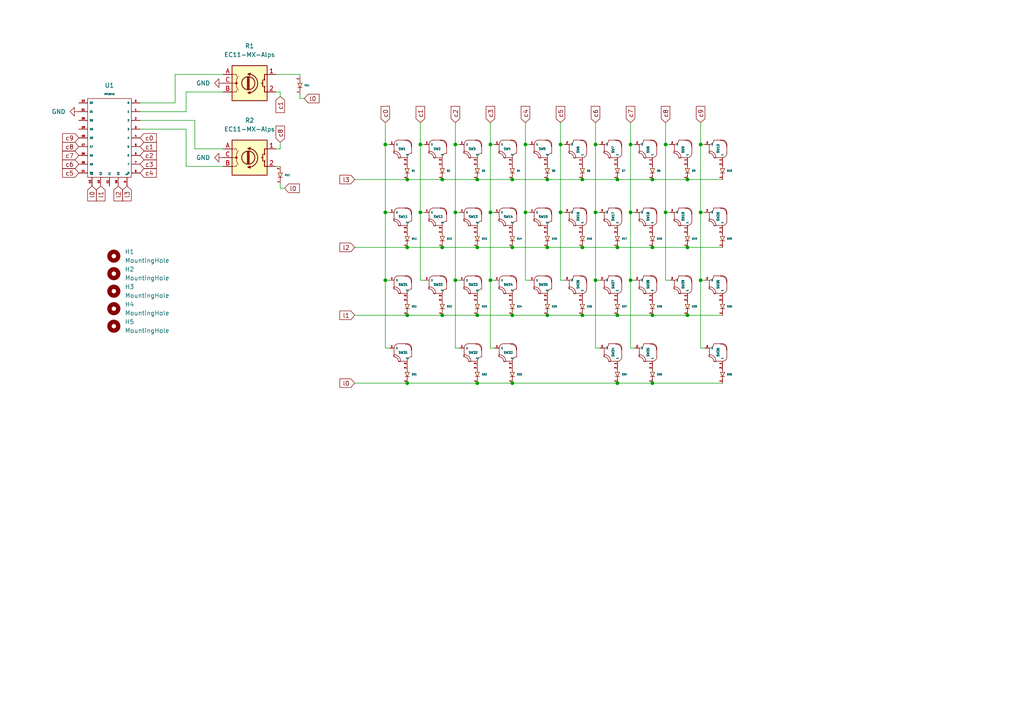
<source format=kicad_sch>
(kicad_sch (version 20211123) (generator eeschema)
  (paper "A4")
  (lib_symbols
    (symbol "Mechanical:MountingHole" (pin_names (offset 1.016))
      (property "Reference" "H" (at 0 5.08 0))
      (property "Value" "MountingHole" (at 0 3.175 0))
      (symbol "MountingHole_0_1"
        (circle (center 0 0) (radius 1.27) (stroke (width 1.27)))
      )
    )
    (symbol "keyb:Diode"
      (property "Reference" "D" (at -0.635 -1.27 0))
      (symbol "Diode_0_1"
        (polyline (pts (xy -1.27 0) (xy -0.635 0)))
        (polyline (pts (xy 0.635 0) (xy 1.27 0)))
        (polyline (pts (xy -0.635 0.635) (xy -0.635 -0.635) (xy -0.635 0)))
        (polyline (pts (xy -0.635 0) (xy 0.635 0.635) (xy 0.635 -0.635) (xy -0.635 0)) (fill (type background)))
      )
      (symbol "Diode_1_1"
        (pin bidirectional line (at -2.54 0 0) (length 1.27) (name "") (number "1"))
        (pin bidirectional line (at 2.54 0 180) (length 1.27) (name "") (number "2"))
      )
    )
    (symbol "keyb:EC11-MX-Alps" (pin_names (offset 0.254) hide)
      (property "Reference" "SW" (at 0 6.604 0))
      (property "Value" "EC11-MX-Alps" (at 0 -6.604 0))
      (symbol "EC11-MX-Alps_0_1"
        (rectangle (start -5.08 5.08) (end 5.08 -5.08) (stroke (width 0.254)) (fill (type background)))
        (circle (center -3.81 0) (radius 0.254) (fill (type outline)))
        (arc (start -0.381 -2.794) (mid 2.3622 -0.0508) (end -0.381 2.667) (stroke (width 0.254)))
        (circle (center -0.381 0) (radius 1.905) (stroke (width 0.254)))
        (polyline (pts (xy -0.635 -1.778) (xy -0.635 1.778)) (stroke (width 0.254)))
        (polyline (pts (xy -0.381 -1.778) (xy -0.381 1.778)) (stroke (width 0.254)))
        (polyline (pts (xy -0.127 1.778) (xy -0.127 -1.778)) (stroke (width 0.254)))
        (polyline (pts (xy 3.81 0) (xy 3.429 0)) (stroke (width 0.254)))
        (polyline (pts (xy 3.81 1.016) (xy 3.81 -1.016)) (stroke (width 0.254)))
        (polyline (pts (xy -5.08 -2.54) (xy -3.81 -2.54) (xy -3.81 -2.032)))
        (polyline (pts (xy -5.08 2.54) (xy -3.81 2.54) (xy -3.81 2.032)))
        (polyline (pts (xy 0.254 -3.048) (xy -0.508 -2.794) (xy 0.127 -2.413)) (stroke (width 0.254)))
        (polyline (pts (xy 0.254 2.921) (xy -0.508 2.667) (xy 0.127 2.286)) (stroke (width 0.254)))
        (polyline (pts (xy 5.08 -2.54) (xy 4.318 -2.54) (xy 4.318 -1.016)) (stroke (width 0.254)))
        (polyline (pts (xy 5.08 2.54) (xy 4.318 2.54) (xy 4.318 1.016)) (stroke (width 0.254)))
        (polyline (pts (xy -5.08 0) (xy -3.81 0) (xy -3.81 -1.016) (xy -3.302 -2.032)))
        (polyline (pts (xy -4.318 0) (xy -3.81 0) (xy -3.81 1.016) (xy -3.302 2.032)))
        (circle (center 4.318 -1.016) (radius 0.127) (stroke (width 0.254)))
        (circle (center 4.318 1.016) (radius 0.127) (stroke (width 0.254)))
      )
      (symbol "EC11-MX-Alps_1_1"
        (pin passive line (at 7.62 2.54 180) (length 2.54) (name "1") (number "1"))
        (pin passive line (at 7.62 -2.54 180) (length 2.54) (name "2") (number "2"))
        (pin passive line (at -7.62 2.54 0) (length 2.54) (name "A") (number "A"))
        (pin passive line (at -7.62 -2.54 0) (length 2.54) (name "B") (number "B"))
        (pin passive line (at -7.62 0 0) (length 2.54) (name "C") (number "C"))
      )
    )
    (symbol "keyb:RP2040"
      (property "Reference" "U" (at 0 1.27 0))
      (property "Value" "RP2040" (at 0 -2.54 0))
      (symbol "RP2040_0_1"
        (rectangle (start -6.35 11.43) (end 6.35 -11.43))
      )
      (symbol "RP2040_1_1"
        (pin bidirectional line (at 8.89 10.16 180) (length 2.54) (name "0") (number "0"))
        (pin bidirectional line (at 8.89 7.62 180) (length 2.54) (name "1") (number "1"))
        (pin bidirectional line (at 2.54 -13.97 90) (length 2.54) (name "10") (number "10"))
        (pin bidirectional line (at 0 -13.97 90) (length 2.54) (name "11") (number "11"))
        (pin bidirectional line (at -2.54 -13.97 90) (length 2.54) (name "12") (number "12"))
        (pin bidirectional line (at -5.08 -13.97 90) (length 2.54) (name "13") (number "13"))
        (pin bidirectional line (at -8.89 -10.16 0) (length 2.54) (name "14") (number "14"))
        (pin bidirectional line (at -8.89 -7.62 0) (length 2.54) (name "15") (number "15"))
        (pin bidirectional line (at -8.89 -5.08 0) (length 2.54) (name "16") (number "16"))
        (pin bidirectional line (at -8.89 -2.54 0) (length 2.54) (name "17") (number "17"))
        (pin bidirectional line (at -8.89 0 0) (length 2.54) (name "18") (number "18"))
        (pin bidirectional line (at -8.89 2.54 0) (length 2.54) (name "19") (number "19"))
        (pin bidirectional line (at 8.89 5.08 180) (length 2.54) (name "2") (number "2"))
        (pin bidirectional line (at -8.89 5.08 0) (length 2.54) (name "20") (number "20"))
        (pin bidirectional line (at -8.89 7.62 0) (length 2.54) (name "21") (number "21"))
        (pin bidirectional line (at -8.89 10.16 0) (length 2.54) (name "22") (number "22"))
        (pin bidirectional line (at 8.89 2.54 180) (length 2.54) (name "3") (number "3"))
        (pin bidirectional line (at 8.89 0 180) (length 2.54) (name "4") (number "4"))
        (pin bidirectional line (at 8.89 -2.54 180) (length 2.54) (name "5") (number "5"))
        (pin bidirectional line (at 8.89 -5.08 180) (length 2.54) (name "6") (number "6"))
        (pin bidirectional line (at 8.89 -7.62 180) (length 2.54) (name "7") (number "7"))
        (pin bidirectional line (at 8.89 -10.16 180) (length 2.54) (name "8") (number "8"))
        (pin bidirectional line (at 5.08 -13.97 90) (length 2.54) (name "9") (number "9"))
      )
    )
    (symbol "keyb:key"
      (property "Reference" "SW" (at 0 0 0))
      (symbol "key_0_1"
        (arc (start -2.54 -0.635) (mid -2.6715 -0.9525) (end -2.54 -1.27))
        (arc (start -1.27 -2.54) (mid -1.642 -1.642) (end -2.54 -1.27))
        (arc (start -1.27 -2.54) (mid -0.9525 -2.6715) (end -0.635 -2.54))
        (arc (start -1.27 2.54) (mid -2.168 2.168) (end -2.54 1.27))
        (arc (start -0.635 -2.54) (mid -1.1935 -1.1935) (end -2.54 -0.635))
        (polyline (pts (xy -2.54 -1.27) (xy -2.54 1.27)))
        (polyline (pts (xy -1.27 -2.54) (xy 1.27 -2.54)))
        (polyline (pts (xy 1.27 2.54) (xy -1.27 2.54)))
        (polyline (pts (xy 2.54 -1.27) (xy 2.54 1.27)))
        (arc (start 0.635 2.54) (mid 0.9525 1.7735) (end 1.27 2.54))
        (arc (start 2.54 -1.27) (mid 0.372 -0.372) (end 1.27 -2.54))
        (arc (start 2.54 0.635) (mid 3.887 3.887) (end 0.635 2.54))
        (arc (start 2.54 1.27) (mid 3.438 3.438) (end 1.27 2.54))
        (arc (start 2.54 1.27) (mid 1.7735 0.9525) (end 2.54 0.635))
      )
      (symbol "key_1_1"
        (pin bidirectional line (at -3.81 1.27 0) (length 1.27) (name "1") (number "1"))
        (pin bidirectional line (at 1.27 -3.81 90) (length 1.27) (name "2") (number "2"))
      )
    )
    (symbol "power:GND" (power) (pin_names (offset 0))
      (property "Value" "GND" (at 0 -3.81 0))
      (symbol "GND_0_1"
        (polyline (pts (xy 0 0) (xy 0 -1.27) (xy 1.27 -1.27) (xy 0 -2.54) (xy -1.27 -1.27) (xy 0 -1.27)))
      )
      (symbol "GND_1_1"
        (pin power_in line (at 0 0 270) (length 0) hide (name "GND") (number "1"))
      )
    )
  )
  (junction (at 128.27 71.755))
  (junction (at 111.76 81.28))
  (junction (at 162.56 61.595))
  (junction (at 203.2 61.595))
  (junction (at 193.04 61.595))
  (junction (at 138.43 111.125))
  (junction (at 111.76 61.595))
  (junction (at 182.88 41.91))
  (junction (at 168.91 52.07))
  (junction (at 121.92 61.595))
  (junction (at 179.07 52.07))
  (junction (at 168.91 71.755))
  (junction (at 148.59 52.07))
  (junction (at 199.39 71.755))
  (junction (at 179.07 111.125))
  (junction (at 148.59 71.755))
  (junction (at 132.08 81.28))
  (junction (at 158.75 71.755))
  (junction (at 162.56 41.91))
  (junction (at 142.24 61.595))
  (junction (at 168.91 91.44))
  (junction (at 132.08 61.595))
  (junction (at 189.23 52.07))
  (junction (at 152.4 61.595))
  (junction (at 203.2 81.28))
  (junction (at 118.11 91.44))
  (junction (at 118.11 52.07))
  (junction (at 121.92 41.91))
  (junction (at 142.24 41.91))
  (junction (at 138.43 71.755))
  (junction (at 138.43 91.44))
  (junction (at 132.08 41.91))
  (junction (at 148.59 111.125))
  (junction (at 172.72 81.28))
  (junction (at 189.23 91.44))
  (junction (at 182.88 61.595))
  (junction (at 111.76 41.91))
  (junction (at 158.75 52.07))
  (junction (at 128.27 52.07))
  (junction (at 118.11 71.755))
  (junction (at 142.24 81.28))
  (junction (at 172.72 41.91))
  (junction (at 182.88 81.28))
  (junction (at 189.23 71.755))
  (junction (at 203.2 41.91))
  (junction (at 179.07 71.755))
  (junction (at 189.23 111.125))
  (junction (at 118.11 111.125))
  (junction (at 152.4 41.91))
  (junction (at 128.27 91.44))
  (junction (at 148.59 91.44))
  (junction (at 179.07 91.44))
  (junction (at 138.43 52.07))
  (junction (at 158.75 91.44))
  (junction (at 172.72 61.595))
  (junction (at 199.39 91.44))
  (junction (at 199.39 52.07))
  (junction (at 193.04 41.91))
  (wire (pts (xy 81.28 26.67) (xy 80.01 26.67)))
  (wire (pts (xy 121.92 41.91) (xy 121.92 61.595)))
  (wire (pts (xy 121.92 61.595) (xy 121.92 81.28)))
  (wire (pts (xy 118.11 111.125) (xy 138.43 111.125)))
  (wire (pts (xy 56.515 43.18) (xy 64.77 43.18)))
  (wire (pts (xy 53.975 48.26) (xy 53.975 37.465)))
  (wire (pts (xy 209.55 71.755) (xy 199.39 71.755)))
  (wire (pts (xy 193.04 61.595) (xy 194.31 61.595)))
  (wire (pts (xy 162.56 35.56) (xy 162.56 41.91)))
  (wire (pts (xy 142.24 61.595) (xy 143.51 61.595)))
  (wire (pts (xy 182.88 61.595) (xy 184.15 61.595)))
  (wire (pts (xy 179.07 91.44) (xy 189.23 91.44)))
  (wire (pts (xy 81.28 54.61) (xy 82.55 54.61)))
  (wire (pts (xy 121.92 35.56) (xy 121.92 41.91)))
  (wire (pts (xy 121.92 41.91) (xy 123.19 41.91)))
  (wire (pts (xy 193.04 81.28) (xy 194.31 81.28)))
  (wire (pts (xy 168.91 71.755) (xy 158.75 71.755)))
  (wire (pts (xy 182.88 81.28) (xy 184.15 81.28)))
  (wire (pts (xy 193.04 61.595) (xy 193.04 81.28)))
  (wire (pts (xy 142.24 100.965) (xy 143.51 100.965)))
  (wire (pts (xy 189.23 52.07) (xy 199.39 52.07)))
  (wire (pts (xy 50.8 21.59) (xy 50.8 29.845)))
  (wire (pts (xy 172.72 35.56) (xy 172.72 41.91)))
  (wire (pts (xy 162.56 81.28) (xy 163.83 81.28)))
  (wire (pts (xy 121.92 81.28) (xy 123.19 81.28)))
  (wire (pts (xy 182.88 41.91) (xy 184.15 41.91)))
  (wire (pts (xy 138.43 52.07) (xy 148.59 52.07)))
  (wire (pts (xy 172.72 61.595) (xy 172.72 81.28)))
  (wire (pts (xy 138.43 71.755) (xy 128.27 71.755)))
  (wire (pts (xy 199.39 71.755) (xy 189.23 71.755)))
  (wire (pts (xy 203.2 61.595) (xy 204.47 61.595)))
  (wire (pts (xy 118.11 91.44) (xy 102.87 91.44)))
  (wire (pts (xy 142.24 35.56) (xy 142.24 41.91)))
  (wire (pts (xy 158.75 52.07) (xy 168.91 52.07)))
  (wire (pts (xy 168.91 52.07) (xy 179.07 52.07)))
  (wire (pts (xy 182.88 41.91) (xy 182.88 61.595)))
  (wire (pts (xy 64.77 48.26) (xy 53.975 48.26)))
  (wire (pts (xy 118.11 52.07) (xy 128.27 52.07)))
  (wire (pts (xy 148.59 91.44) (xy 158.75 91.44)))
  (wire (pts (xy 152.4 35.56) (xy 152.4 41.91)))
  (wire (pts (xy 40.64 34.925) (xy 56.515 34.925)))
  (wire (pts (xy 199.39 91.44) (xy 209.55 91.44)))
  (wire (pts (xy 189.23 71.755) (xy 179.07 71.755)))
  (wire (pts (xy 53.975 26.67) (xy 53.975 32.385)))
  (wire (pts (xy 203.2 81.28) (xy 203.2 100.965)))
  (wire (pts (xy 86.995 28.575) (xy 88.265 28.575)))
  (wire (pts (xy 193.04 41.91) (xy 193.04 61.595)))
  (wire (pts (xy 138.43 91.44) (xy 148.59 91.44)))
  (wire (pts (xy 189.23 111.125) (xy 209.55 111.125)))
  (wire (pts (xy 182.88 35.56) (xy 182.88 41.91)))
  (wire (pts (xy 172.72 61.595) (xy 173.99 61.595)))
  (wire (pts (xy 162.56 41.91) (xy 162.56 61.595)))
  (wire (pts (xy 111.76 41.91) (xy 113.03 41.91)))
  (wire (pts (xy 168.91 91.44) (xy 179.07 91.44)))
  (wire (pts (xy 50.8 21.59) (xy 64.77 21.59)))
  (wire (pts (xy 86.995 21.59) (xy 86.995 22.225)))
  (wire (pts (xy 128.27 52.07) (xy 138.43 52.07)))
  (wire (pts (xy 142.24 81.28) (xy 142.24 100.965)))
  (wire (pts (xy 172.72 100.965) (xy 173.99 100.965)))
  (wire (pts (xy 81.28 41.275) (xy 81.28 43.18)))
  (wire (pts (xy 102.87 52.07) (xy 118.11 52.07)))
  (wire (pts (xy 172.72 81.28) (xy 172.72 100.965)))
  (wire (pts (xy 203.2 100.965) (xy 204.47 100.965)))
  (wire (pts (xy 148.59 111.125) (xy 179.07 111.125)))
  (wire (pts (xy 148.59 71.755) (xy 138.43 71.755)))
  (wire (pts (xy 111.76 81.28) (xy 111.76 100.965)))
  (wire (pts (xy 193.04 41.91) (xy 194.31 41.91)))
  (wire (pts (xy 132.08 81.28) (xy 132.08 100.965)))
  (wire (pts (xy 142.24 41.91) (xy 142.24 61.595)))
  (wire (pts (xy 132.08 61.595) (xy 132.08 81.28)))
  (wire (pts (xy 132.08 100.965) (xy 133.35 100.965)))
  (wire (pts (xy 86.995 27.305) (xy 86.995 28.575)))
  (wire (pts (xy 128.27 71.755) (xy 118.11 71.755)))
  (wire (pts (xy 152.4 61.595) (xy 153.67 61.595)))
  (wire (pts (xy 111.76 61.595) (xy 113.03 61.595)))
  (wire (pts (xy 132.08 81.28) (xy 133.35 81.28)))
  (wire (pts (xy 111.76 35.56) (xy 111.76 41.91)))
  (wire (pts (xy 40.64 37.465) (xy 53.975 37.465)))
  (wire (pts (xy 182.88 81.28) (xy 182.88 100.965)))
  (wire (pts (xy 179.07 52.07) (xy 189.23 52.07)))
  (wire (pts (xy 132.08 35.56) (xy 132.08 41.91)))
  (wire (pts (xy 132.08 61.595) (xy 133.35 61.595)))
  (wire (pts (xy 203.2 41.91) (xy 203.2 61.595)))
  (wire (pts (xy 80.01 48.26) (xy 81.28 48.26)))
  (wire (pts (xy 102.87 111.125) (xy 118.11 111.125)))
  (wire (pts (xy 40.64 32.385) (xy 53.975 32.385)))
  (wire (pts (xy 111.76 100.965) (xy 113.03 100.965)))
  (wire (pts (xy 172.72 41.91) (xy 172.72 61.595)))
  (wire (pts (xy 152.4 81.28) (xy 153.67 81.28)))
  (wire (pts (xy 152.4 41.91) (xy 153.67 41.91)))
  (wire (pts (xy 203.2 81.28) (xy 204.47 81.28)))
  (wire (pts (xy 138.43 111.125) (xy 148.59 111.125)))
  (wire (pts (xy 199.39 52.07) (xy 209.55 52.07)))
  (wire (pts (xy 179.07 111.125) (xy 189.23 111.125)))
  (wire (pts (xy 81.28 27.94) (xy 81.28 26.67)))
  (wire (pts (xy 118.11 71.755) (xy 102.87 71.755)))
  (wire (pts (xy 172.72 81.28) (xy 173.99 81.28)))
  (wire (pts (xy 172.72 41.91) (xy 173.99 41.91)))
  (wire (pts (xy 111.76 41.91) (xy 111.76 61.595)))
  (wire (pts (xy 152.4 41.91) (xy 152.4 61.595)))
  (wire (pts (xy 111.76 81.28) (xy 113.03 81.28)))
  (wire (pts (xy 64.77 26.67) (xy 53.975 26.67)))
  (wire (pts (xy 193.04 35.56) (xy 193.04 41.91)))
  (wire (pts (xy 56.515 43.18) (xy 56.515 34.925)))
  (wire (pts (xy 142.24 81.28) (xy 143.51 81.28)))
  (wire (pts (xy 162.56 41.91) (xy 163.83 41.91)))
  (wire (pts (xy 132.08 41.91) (xy 132.08 61.595)))
  (wire (pts (xy 142.24 61.595) (xy 142.24 81.28)))
  (wire (pts (xy 182.88 61.595) (xy 182.88 81.28)))
  (wire (pts (xy 203.2 41.91) (xy 204.47 41.91)))
  (wire (pts (xy 142.24 41.91) (xy 143.51 41.91)))
  (wire (pts (xy 128.27 91.44) (xy 138.43 91.44)))
  (wire (pts (xy 189.23 91.44) (xy 199.39 91.44)))
  (wire (pts (xy 40.64 29.845) (xy 50.8 29.845)))
  (wire (pts (xy 128.27 91.44) (xy 118.11 91.44)))
  (wire (pts (xy 80.01 21.59) (xy 86.995 21.59)))
  (wire (pts (xy 203.2 35.56) (xy 203.2 41.91)))
  (wire (pts (xy 158.75 71.755) (xy 148.59 71.755)))
  (wire (pts (xy 111.76 61.595) (xy 111.76 81.28)))
  (wire (pts (xy 152.4 61.595) (xy 152.4 81.28)))
  (wire (pts (xy 162.56 61.595) (xy 162.56 81.28)))
  (wire (pts (xy 179.07 71.755) (xy 168.91 71.755)))
  (wire (pts (xy 182.88 100.965) (xy 184.15 100.965)))
  (wire (pts (xy 158.75 91.44) (xy 168.91 91.44)))
  (wire (pts (xy 80.01 43.18) (xy 81.28 43.18)))
  (wire (pts (xy 132.08 41.91) (xy 133.35 41.91)))
  (wire (pts (xy 162.56 61.595) (xy 163.83 61.595)))
  (wire (pts (xy 148.59 52.07) (xy 158.75 52.07)))
  (wire (pts (xy 81.28 53.34) (xy 81.28 54.61)))
  (wire (pts (xy 203.2 61.595) (xy 203.2 81.28)))
  (wire (pts (xy 121.92 61.595) (xy 123.19 61.595)))
  (global_label "c3" (shape input) (at 40.64 47.625 0) (property "Références Inter-Feuilles" "${INTERSHEET_REFS}" (effects hide)))
  (global_label "l0" (shape input) (at 88.265 28.575 0) (property "Références Inter-Feuilles" "${INTERSHEET_REFS}" (effects hide)))
  (global_label "c9" (shape input) (at 22.86 40.005 180) (property "Références Inter-Feuilles" "${INTERSHEET_REFS}" (effects hide)))
  (global_label "c3" (shape input) (at 142.24 35.56 90) (property "Références Inter-Feuilles" "${INTERSHEET_REFS}" (effects hide)))
  (global_label "c1" (shape input) (at 121.92 35.56 90) (property "Références Inter-Feuilles" "${INTERSHEET_REFS}" (effects hide)))
  (global_label "c2" (shape input) (at 132.08 35.56 90) (property "Références Inter-Feuilles" "${INTERSHEET_REFS}" (effects hide)))
  (global_label "c8" (shape input) (at 22.86 42.545 180) (property "Références Inter-Feuilles" "${INTERSHEET_REFS}" (effects hide)))
  (global_label "c4" (shape input) (at 40.64 50.165 0) (property "Références Inter-Feuilles" "${INTERSHEET_REFS}" (effects hide)))
  (global_label "c7" (shape input) (at 22.86 45.085 180) (property "Références Inter-Feuilles" "${INTERSHEET_REFS}" (effects hide)))
  (global_label "l2" (shape input) (at 102.87 71.755 180) (property "Références Inter-Feuilles" "${INTERSHEET_REFS}" (effects hide)))
  (global_label "c6" (shape input) (at 22.86 47.625 180) (property "Références Inter-Feuilles" "${INTERSHEET_REFS}" (effects hide)))
  (global_label "l0" (shape input) (at 26.67 53.975 270) (property "Références Inter-Feuilles" "${INTERSHEET_REFS}" (effects hide)))
  (global_label "c0" (shape input) (at 111.76 35.56 90) (property "Références Inter-Feuilles" "${INTERSHEET_REFS}" (effects hide)))
  (global_label "c8" (shape input) (at 81.28 41.275 90) (property "Références Inter-Feuilles" "${INTERSHEET_REFS}" (effects hide)))
  (global_label "l1" (shape input) (at 29.21 53.975 270) (property "Références Inter-Feuilles" "${INTERSHEET_REFS}" (effects hide)))
  (global_label "c2" (shape input) (at 40.64 45.085 0) (property "Références Inter-Feuilles" "${INTERSHEET_REFS}" (effects hide)))
  (global_label "l1" (shape input) (at 102.87 91.44 180) (property "Références Inter-Feuilles" "${INTERSHEET_REFS}" (effects hide)))
  (global_label "l3" (shape input) (at 36.83 53.975 270) (property "Références Inter-Feuilles" "${INTERSHEET_REFS}" (effects hide)))
  (global_label "l0" (shape input) (at 102.87 111.125 180) (property "Références Inter-Feuilles" "${INTERSHEET_REFS}" (effects hide)))
  (global_label "c0" (shape input) (at 40.64 40.005 0) (property "Références Inter-Feuilles" "${INTERSHEET_REFS}" (effects hide)))
  (global_label "c8" (shape input) (at 193.04 35.56 90) (property "Références Inter-Feuilles" "${INTERSHEET_REFS}" (effects hide)))
  (global_label "c6" (shape input) (at 172.72 35.56 90) (property "Références Inter-Feuilles" "${INTERSHEET_REFS}" (effects hide)))
  (global_label "l3" (shape input) (at 102.87 52.07 180) (property "Références Inter-Feuilles" "${INTERSHEET_REFS}" (effects hide)))
  (global_label "l2" (shape input) (at 34.29 53.975 270) (property "Références Inter-Feuilles" "${INTERSHEET_REFS}" (effects hide)))
  (global_label "c1" (shape input) (at 81.28 27.94 270) (property "Références Inter-Feuilles" "${INTERSHEET_REFS}" (effects hide)))
  (global_label "c5" (shape input) (at 162.56 35.56 90) (property "Références Inter-Feuilles" "${INTERSHEET_REFS}" (effects hide)))
  (global_label "c1" (shape input) (at 40.64 42.545 0) (property "Références Inter-Feuilles" "${INTERSHEET_REFS}" (effects hide)))
  (global_label "c4" (shape input) (at 152.4 35.56 90) (property "Références Inter-Feuilles" "${INTERSHEET_REFS}" (effects hide)))
  (global_label "c5" (shape input) (at 22.86 50.165 180) (property "Références Inter-Feuilles" "${INTERSHEET_REFS}" (effects hide)))
  (global_label "c7" (shape input) (at 182.88 35.56 90) (property "Références Inter-Feuilles" "${INTERSHEET_REFS}" (effects hide)))
  (global_label "l0" (shape input) (at 82.55 54.61 0) (property "Références Inter-Feuilles" "${INTERSHEET_REFS}" (effects hide)))
  (global_label "c9" (shape input) (at 203.2 35.56 90) (property "Références Inter-Feuilles" "${INTERSHEET_REFS}" (effects hide)))
  (symbol (lib_id "Mechanical:MountingHole") (at 33.02 84.455 0) (unit 1)
    (property "Reference" "H3" (at 36.195 83.1849 0) (effects (justify left)))
    (property "Value" "MountingHole" (at 36.195 85.7249 0) (effects (justify left)))
    (property "Footprint" "MountingHole:MountingHole_2.2mm_M2" (effects hide))
  )
  (symbol (lib_id "keyb:Diode") (at 118.11 88.9 90) (unit 1)
    (property "Reference" "D21" (at 119.38 88.9 90) (effects (font (size 0.5 0.5)) (justify right)))
    (property "Value" "Diode" (effects hide))
    (property "Footprint" "keyb-footprints:Diode" (effects hide))
  )
  (symbol (lib_id "keyb:key") (at 147.32 43.18 0) (unit 1)
    (property "Reference" "SW4" (at 146.05 43.18 0) (effects (font (size 0.65 0.65)) (justify left)))
    (property "Value" "key" (effects hide))
    (property "Footprint" "keyb-footprints:MX-5pin" (effects hide))
  )
  (symbol (lib_id "keyb:key") (at 147.32 62.865 0) (unit 1)
    (property "Reference" "SW14" (at 146.05 62.865 0) (effects (font (size 0.65 0.65)) (justify left)))
    (property "Value" "key" (effects hide))
    (property "Footprint" "keyb-footprints:MX-5pin" (effects hide))
  )
  (symbol (lib_id "keyb:key") (at 198.12 62.865 270) (mirror x) (unit 1)
    (property "Reference" "SW19" (at 198.12 64.135 0) (effects (font (size 0.65 0.65)) (justify left)))
    (property "Value" "key" (effects hide))
    (property "Footprint" "keyb-footprints:MX-5pin" (effects hide))
  )
  (symbol (lib_id "keyb:key") (at 147.32 82.55 0) (unit 1)
    (property "Reference" "SW24" (at 146.05 82.55 0) (effects (font (size 0.65 0.65)) (justify left)))
    (property "Value" "key" (effects hide))
    (property "Footprint" "keyb-footprints:MX-5pin" (effects hide))
  )
  (symbol (lib_id "keyb:key") (at 137.16 43.18 0) (unit 1)
    (property "Reference" "SW3" (at 135.89 43.18 0) (effects (font (size 0.65 0.65)) (justify left)))
    (property "Value" "key" (effects hide))
    (property "Footprint" "keyb-footprints:MX-5pin" (effects hide))
  )
  (symbol (lib_id "keyb:Diode") (at 148.59 108.585 90) (unit 1)
    (property "Reference" "D33" (at 149.86 108.585 90) (effects (font (size 0.5 0.5)) (justify right)))
    (property "Value" "Diode" (effects hide))
    (property "Footprint" "keyb-footprints:Diode" (effects hide))
  )
  (symbol (lib_id "keyb:key") (at 157.48 43.18 0) (unit 1)
    (property "Reference" "SW5" (at 156.21 43.18 0) (effects (font (size 0.65 0.65)) (justify left)))
    (property "Value" "key" (effects hide))
    (property "Footprint" "keyb-footprints:MX-5pin" (effects hide))
  )
  (symbol (lib_id "Mechanical:MountingHole") (at 33.02 74.295 0) (unit 1)
    (property "Reference" "H1" (at 36.195 73.0249 0) (effects (justify left)))
    (property "Value" "MountingHole" (at 36.195 75.5649 0) (effects (justify left)))
    (property "Footprint" "MountingHole:MountingHole_2.2mm_M2" (effects hide))
  )
  (symbol (lib_id "keyb:key") (at 187.96 62.865 270) (mirror x) (unit 1)
    (property "Reference" "SW18" (at 187.96 64.135 0) (effects (font (size 0.65 0.65)) (justify left)))
    (property "Value" "key" (effects hide))
    (property "Footprint" "keyb-footprints:MX-5pin" (effects hide))
  )
  (symbol (lib_id "keyb:Diode") (at 158.75 69.215 90) (unit 1)
    (property "Reference" "D15" (at 160.02 69.215 90) (effects (font (size 0.5 0.5)) (justify right)))
    (property "Value" "Diode" (effects hide))
    (property "Footprint" "keyb-footprints:Diode" (effects hide))
  )
  (symbol (lib_id "keyb:RP2040") (at 31.75 40.005 0) (unit 1)
    (property "Reference" "U1" (at 31.75 24.765 0))
    (property "Value" "RP2040" (at 31.75 27.305 0) (effects (font (size 0.5 0.5))))
    (property "Footprint" "keyb-footprints:RP2040" (effects hide))
  )
  (symbol (lib_id "Mechanical:MountingHole") (at 33.02 89.535 0) (unit 1)
    (property "Reference" "H4" (at 36.195 88.2649 0) (effects (justify left)))
    (property "Value" "MountingHole" (at 36.195 90.8049 0) (effects (justify left)))
    (property "Footprint" "MountingHole:MountingHole_2.2mm_M2" (effects hide))
  )
  (symbol (lib_id "keyb:key") (at 187.96 43.18 270) (mirror x) (unit 1)
    (property "Reference" "SW8" (at 187.96 44.45 0) (effects (font (size 0.65 0.65)) (justify left)))
    (property "Value" "key" (effects hide))
    (property "Footprint" "keyb-footprints:MX-5pin" (effects hide))
  )
  (symbol (lib_id "keyb:Diode") (at 168.91 69.215 90) (unit 1)
    (property "Reference" "D16" (at 170.18 69.215 90) (effects (font (size 0.5 0.5)) (justify right)))
    (property "Value" "Diode" (effects hide))
    (property "Footprint" "keyb-footprints:Diode" (effects hide))
  )
  (symbol (lib_id "keyb:Diode") (at 86.995 24.765 90) (unit 1)
    (property "Reference" "RD1" (at 88.265 24.765 90) (effects (font (size 0.5 0.5)) (justify right)))
    (property "Value" "Diode" (effects hide))
    (property "Footprint" "keyb-footprints:Diode" (effects hide))
  )
  (symbol (lib_id "keyb:Diode") (at 179.07 49.53 90) (unit 1)
    (property "Reference" "D7" (at 180.34 49.53 90) (effects (font (size 0.5 0.5)) (justify right)))
    (property "Value" "Diode" (effects hide))
    (property "Footprint" "keyb-footprints:Diode" (effects hide))
  )
  (symbol (lib_id "keyb:Diode") (at 199.39 49.53 90) (unit 1)
    (property "Reference" "D9" (at 200.66 49.53 90) (effects (font (size 0.5 0.5)) (justify right)))
    (property "Value" "Diode" (effects hide))
    (property "Footprint" "keyb-footprints:Diode" (effects hide))
  )
  (symbol (lib_id "power:GND") (at 64.77 24.13 270) (unit 1)
    (property "Reference" "#PWR01" (effects hide))
    (property "Value" "GND" (at 60.96 24.1299 90) (effects (justify right)))
  )
  (symbol (lib_id "keyb:key") (at 116.84 62.865 0) (unit 1)
    (property "Reference" "SW11" (at 115.57 62.865 0) (effects (font (size 0.65 0.65)) (justify left)))
    (property "Value" "key" (effects hide))
    (property "Footprint" "keyb-footprints:MX-5pin" (effects hide))
  )
  (symbol (lib_id "keyb:key") (at 127 82.55 0) (unit 1)
    (property "Reference" "SW22" (at 125.73 82.55 0) (effects (font (size 0.65 0.65)) (justify left)))
    (property "Value" "key" (effects hide))
    (property "Footprint" "keyb-footprints:MX-5pin" (effects hide))
  )
  (symbol (lib_id "keyb:Diode") (at 138.43 88.9 90) (unit 1)
    (property "Reference" "D23" (at 139.7 88.9 90) (effects (font (size 0.5 0.5)) (justify right)))
    (property "Value" "Diode" (effects hide))
    (property "Footprint" "keyb-footprints:Diode" (effects hide))
  )
  (symbol (lib_id "keyb:Diode") (at 189.23 88.9 90) (unit 1)
    (property "Reference" "D28" (at 190.5 88.9 90) (effects (font (size 0.5 0.5)) (justify right)))
    (property "Value" "Diode" (effects hide))
    (property "Footprint" "keyb-footprints:Diode" (effects hide))
  )
  (symbol (lib_id "keyb:key") (at 157.48 82.55 0) (unit 1)
    (property "Reference" "SW25" (at 156.21 82.55 0) (effects (font (size 0.65 0.65)) (justify left)))
    (property "Value" "key" (effects hide))
    (property "Footprint" "keyb-footprints:MX-5pin" (effects hide))
  )
  (symbol (lib_id "keyb:key") (at 167.64 62.865 270) (mirror x) (unit 1)
    (property "Reference" "SW16" (at 167.64 64.135 0) (effects (font (size 0.65 0.65)) (justify left)))
    (property "Value" "key" (effects hide))
    (property "Footprint" "keyb-footprints:MX-5pin" (effects hide))
  )
  (symbol (lib_id "keyb:Diode") (at 199.39 88.9 90) (unit 1)
    (property "Reference" "D29" (at 200.66 88.9 90) (effects (font (size 0.5 0.5)) (justify right)))
    (property "Value" "Diode" (effects hide))
    (property "Footprint" "keyb-footprints:Diode" (effects hide))
  )
  (symbol (lib_id "keyb:Diode") (at 81.28 50.8 90) (unit 1)
    (property "Reference" "RD2" (at 82.55 50.8 90) (effects (font (size 0.5 0.5)) (justify right)))
    (property "Value" "Diode" (effects hide))
    (property "Footprint" "keyb-footprints:Diode" (effects hide))
  )
  (symbol (lib_id "keyb:key") (at 177.8 43.18 270) (mirror x) (unit 1)
    (property "Reference" "SW7" (at 177.8 44.45 0) (effects (font (size 0.65 0.65)) (justify left)))
    (property "Value" "key" (effects hide))
    (property "Footprint" "keyb-footprints:MX-5pin" (effects hide))
  )
  (symbol (lib_id "keyb:key") (at 137.16 102.235 0) (unit 1)
    (property "Reference" "SW32" (at 135.89 102.235 0) (effects (font (size 0.65 0.65)) (justify left)))
    (property "Value" "key" (effects hide))
    (property "Footprint" "keyb-footprints:MX-5pin" (effects hide))
  )
  (symbol (lib_id "keyb:Diode") (at 128.27 49.53 90) (unit 1)
    (property "Reference" "D2" (at 129.54 49.53 90) (effects (font (size 0.5 0.5)) (justify right)))
    (property "Value" "Diode" (effects hide))
    (property "Footprint" "keyb-footprints:Diode" (effects hide))
  )
  (symbol (lib_id "keyb:key") (at 116.84 43.18 0) (unit 1)
    (property "Reference" "SW1" (at 115.57 43.18 0) (effects (font (size 0.65 0.65)) (justify left)))
    (property "Value" "key" (effects hide))
    (property "Footprint" "keyb-footprints:MX-5pin" (effects hide))
  )
  (symbol (lib_id "keyb:Diode") (at 138.43 49.53 90) (unit 1)
    (property "Reference" "D3" (at 139.7 49.53 90) (effects (font (size 0.5 0.5)) (justify right)))
    (property "Value" "Diode" (effects hide))
    (property "Footprint" "keyb-footprints:Diode" (effects hide))
  )
  (symbol (lib_id "keyb:key") (at 177.8 82.55 270) (mirror x) (unit 1)
    (property "Reference" "SW27" (at 177.8 83.82 0) (effects (font (size 0.65 0.65)) (justify left)))
    (property "Value" "key" (effects hide))
    (property "Footprint" "keyb-footprints:MX-5pin" (effects hide))
  )
  (symbol (lib_id "keyb:Diode") (at 138.43 108.585 90) (unit 1)
    (property "Reference" "D32" (at 139.7 108.585 90) (effects (font (size 0.5 0.5)) (justify right)))
    (property "Value" "Diode" (effects hide))
    (property "Footprint" "keyb-footprints:Diode" (effects hide))
  )
  (symbol (lib_id "keyb:EC11-MX-Alps") (at 72.39 45.72 0) (unit 1)
    (property "Reference" "R2" (at 72.39 34.925 0))
    (property "Value" "EC11-MX-Alps" (at 72.39 37.465 0))
    (property "Footprint" "keyb-footprints:RotaryEncoder_EC11" (effects hide))
  )
  (symbol (lib_id "keyb:Diode") (at 158.75 49.53 90) (unit 1)
    (property "Reference" "D5" (at 160.02 49.53 90) (effects (font (size 0.5 0.5)) (justify right)))
    (property "Value" "Diode" (effects hide))
    (property "Footprint" "keyb-footprints:Diode" (effects hide))
  )
  (symbol (lib_id "keyb:Diode") (at 118.11 69.215 90) (unit 1)
    (property "Reference" "D11" (at 119.38 69.215 90) (effects (font (size 0.5 0.5)) (justify right)))
    (property "Value" "Diode" (effects hide))
    (property "Footprint" "keyb-footprints:Diode" (effects hide))
  )
  (symbol (lib_id "keyb:key") (at 116.84 102.235 0) (unit 1)
    (property "Reference" "SW31" (at 115.57 102.235 0) (effects (font (size 0.65 0.65)) (justify left)))
    (property "Value" "key" (effects hide))
    (property "Footprint" "keyb-footprints:MX-5pin" (effects hide))
  )
  (symbol (lib_id "keyb:key") (at 116.84 82.55 0) (unit 1)
    (property "Reference" "SW21" (at 115.57 82.55 0) (effects (font (size 0.65 0.65)) (justify left)))
    (property "Value" "key" (effects hide))
    (property "Footprint" "keyb-footprints:MX-5pin" (effects hide))
  )
  (symbol (lib_id "keyb:key") (at 208.28 62.865 270) (mirror x) (unit 1)
    (property "Reference" "SW20" (at 208.28 64.135 0) (effects (font (size 0.65 0.65)) (justify left)))
    (property "Value" "key" (effects hide))
    (property "Footprint" "keyb-footprints:MX-5pin" (effects hide))
  )
  (symbol (lib_id "power:GND") (at 22.86 32.385 270) (unit 1)
    (property "Reference" "#PWR02" (effects hide))
    (property "Value" "GND" (at 19.05 32.3849 90) (effects (justify right)))
  )
  (symbol (lib_id "keyb:Diode") (at 209.55 69.215 90) (unit 1)
    (property "Reference" "D20" (at 210.82 69.215 90) (effects (font (size 0.5 0.5)) (justify right)))
    (property "Value" "Diode" (effects hide))
    (property "Footprint" "keyb-footprints:Diode" (effects hide))
  )
  (symbol (lib_id "keyb:key") (at 137.16 82.55 0) (unit 1)
    (property "Reference" "SW23" (at 135.89 82.55 0) (effects (font (size 0.65 0.65)) (justify left)))
    (property "Value" "key" (effects hide))
    (property "Footprint" "keyb-footprints:MX-5pin" (effects hide))
  )
  (symbol (lib_id "keyb:Diode") (at 148.59 49.53 90) (unit 1)
    (property "Reference" "D4" (at 149.86 49.53 90) (effects (font (size 0.5 0.5)) (justify right)))
    (property "Value" "Diode" (effects hide))
    (property "Footprint" "keyb-footprints:Diode" (effects hide))
  )
  (symbol (lib_id "keyb:key") (at 187.96 102.235 270) (mirror x) (unit 1)
    (property "Reference" "SW35" (at 187.96 103.505 0) (effects (font (size 0.65 0.65)) (justify left)))
    (property "Value" "key" (effects hide))
    (property "Footprint" "keyb-footprints:MX-5pin" (effects hide))
  )
  (symbol (lib_id "keyb:Diode") (at 209.55 49.53 90) (unit 1)
    (property "Reference" "D10" (at 210.82 49.53 90) (effects (font (size 0.5 0.5)) (justify right)))
    (property "Value" "Diode" (effects hide))
    (property "Footprint" "keyb-footprints:Diode" (effects hide))
  )
  (symbol (lib_id "keyb:Diode") (at 138.43 69.215 90) (unit 1)
    (property "Reference" "D13" (at 139.7 69.215 90) (effects (font (size 0.5 0.5)) (justify right)))
    (property "Value" "Diode" (effects hide))
    (property "Footprint" "keyb-footprints:Diode" (effects hide))
  )
  (symbol (lib_id "keyb:Diode") (at 168.91 88.9 90) (unit 1)
    (property "Reference" "D26" (at 170.18 88.9 90) (effects (font (size 0.5 0.5)) (justify right)))
    (property "Value" "Diode" (effects hide))
    (property "Footprint" "keyb-footprints:Diode" (effects hide))
  )
  (symbol (lib_id "keyb:Diode") (at 118.11 108.585 90) (unit 1)
    (property "Reference" "D31" (at 119.38 108.585 90) (effects (font (size 0.5 0.5)) (justify right)))
    (property "Value" "Diode" (effects hide))
    (property "Footprint" "keyb-footprints:Diode" (effects hide))
  )
  (symbol (lib_id "keyb:Diode") (at 179.07 88.9 90) (unit 1)
    (property "Reference" "D27" (at 180.34 88.9 90) (effects (font (size 0.5 0.5)) (justify right)))
    (property "Value" "Diode" (effects hide))
    (property "Footprint" "keyb-footprints:Diode" (effects hide))
  )
  (symbol (lib_id "keyb:key") (at 167.64 43.18 270) (mirror x) (unit 1)
    (property "Reference" "SW6" (at 167.64 44.45 0) (effects (font (size 0.65 0.65)) (justify left)))
    (property "Value" "key" (effects hide))
    (property "Footprint" "keyb-footprints:MX-5pin" (effects hide))
  )
  (symbol (lib_id "keyb:Diode") (at 189.23 108.585 90) (unit 1)
    (property "Reference" "D35" (at 190.5 108.585 90) (effects (font (size 0.5 0.5)) (justify right)))
    (property "Value" "Diode" (effects hide))
    (property "Footprint" "keyb-footprints:Diode" (effects hide))
  )
  (symbol (lib_id "keyb:Diode") (at 179.07 108.585 90) (unit 1)
    (property "Reference" "D34" (at 180.34 108.585 90) (effects (font (size 0.5 0.5)) (justify right)))
    (property "Value" "Diode" (effects hide))
    (property "Footprint" "keyb-footprints:Diode" (effects hide))
  )
  (symbol (lib_id "keyb:key") (at 157.48 62.865 0) (unit 1)
    (property "Reference" "SW15" (at 156.21 62.865 0) (effects (font (size 0.65 0.65)) (justify left)))
    (property "Value" "key" (effects hide))
    (property "Footprint" "keyb-footprints:MX-5pin" (effects hide))
  )
  (symbol (lib_id "keyb:Diode") (at 179.07 69.215 90) (unit 1)
    (property "Reference" "D17" (at 180.34 69.215 90) (effects (font (size 0.5 0.5)) (justify right)))
    (property "Value" "Diode" (effects hide))
    (property "Footprint" "keyb-footprints:Diode" (effects hide))
  )
  (symbol (lib_id "keyb:Diode") (at 209.55 88.9 90) (unit 1)
    (property "Reference" "D30" (at 210.82 88.9 90) (effects (font (size 0.5 0.5)) (justify right)))
    (property "Value" "Diode" (effects hide))
    (property "Footprint" "keyb-footprints:Diode" (effects hide))
  )
  (symbol (lib_id "keyb:EC11-MX-Alps") (at 72.39 24.13 0) (unit 1)
    (property "Reference" "R1" (at 72.39 13.335 0))
    (property "Value" "EC11-MX-Alps" (at 72.39 15.875 0))
    (property "Footprint" "keyb-footprints:RotaryEncoder_EC11" (effects hide))
  )
  (symbol (lib_id "keyb:key") (at 127 43.18 0) (unit 1)
    (property "Reference" "SW2" (at 125.73 43.18 0) (effects (font (size 0.65 0.65)) (justify left)))
    (property "Value" "key" (effects hide))
    (property "Footprint" "keyb-footprints:MX-5pin" (effects hide))
  )
  (symbol (lib_id "keyb:key") (at 187.96 82.55 270) (mirror x) (unit 1)
    (property "Reference" "SW28" (at 187.96 83.82 0) (effects (font (size 0.65 0.65)) (justify left)))
    (property "Value" "key" (effects hide))
    (property "Footprint" "keyb-footprints:MX-5pin" (effects hide))
  )
  (symbol (lib_id "power:GND") (at 64.77 45.72 270) (unit 1)
    (property "Reference" "#PWR03" (effects hide))
    (property "Value" "GND" (at 60.96 45.7199 90) (effects (justify right)))
  )
  (symbol (lib_id "keyb:Diode") (at 189.23 69.215 90) (unit 1)
    (property "Reference" "D18" (at 190.5 69.215 90) (effects (font (size 0.5 0.5)) (justify right)))
    (property "Value" "Diode" (effects hide))
    (property "Footprint" "keyb-footprints:Diode" (effects hide))
  )
  (symbol (lib_id "keyb:key") (at 208.28 43.18 270) (mirror x) (unit 1)
    (property "Reference" "SW10" (at 208.28 44.45 0) (effects (font (size 0.65 0.65)) (justify left)))
    (property "Value" "key" (effects hide))
    (property "Footprint" "keyb-footprints:MX-5pin" (effects hide))
  )
  (symbol (lib_id "keyb:Diode") (at 118.11 49.53 90) (unit 1)
    (property "Reference" "D1" (at 119.38 49.53 90) (effects (font (size 0.5 0.5)) (justify right)))
    (property "Value" "Diode" (effects hide))
    (property "Footprint" "keyb-footprints:Diode" (effects hide))
  )
  (symbol (lib_id "Mechanical:MountingHole") (at 33.02 79.375 0) (unit 1)
    (property "Reference" "H2" (at 36.195 78.1049 0) (effects (justify left)))
    (property "Value" "MountingHole" (at 36.195 80.6449 0) (effects (justify left)))
    (property "Footprint" "MountingHole:MountingHole_2.2mm_M2" (effects hide))
  )
  (symbol (lib_id "keyb:key") (at 198.12 82.55 270) (mirror x) (unit 1)
    (property "Reference" "SW29" (at 198.12 83.82 0) (effects (font (size 0.65 0.65)) (justify left)))
    (property "Value" "key" (effects hide))
    (property "Footprint" "keyb-footprints:MX-5pin" (effects hide))
  )
  (symbol (lib_id "keyb:Diode") (at 189.23 49.53 90) (unit 1)
    (property "Reference" "D8" (at 190.5 49.53 90) (effects (font (size 0.5 0.5)) (justify right)))
    (property "Value" "Diode" (effects hide))
    (property "Footprint" "keyb-footprints:Diode" (effects hide))
  )
  (symbol (lib_id "keyb:Diode") (at 158.75 88.9 90) (unit 1)
    (property "Reference" "D25" (at 160.02 88.9 90) (effects (font (size 0.5 0.5)) (justify right)))
    (property "Value" "Diode" (effects hide))
    (property "Footprint" "keyb-footprints:Diode" (effects hide))
  )
  (symbol (lib_id "keyb:key") (at 137.16 62.865 0) (unit 1)
    (property "Reference" "SW13" (at 135.89 62.865 0) (effects (font (size 0.65 0.65)) (justify left)))
    (property "Value" "key" (effects hide))
    (property "Footprint" "keyb-footprints:MX-5pin" (effects hide))
  )
  (symbol (lib_id "Mechanical:MountingHole") (at 33.02 94.615 0) (unit 1)
    (property "Reference" "H5" (at 36.195 93.3449 0) (effects (justify left)))
    (property "Value" "MountingHole" (at 36.195 95.8849 0) (effects (justify left)))
    (property "Footprint" "MountingHole:MountingHole_2.2mm_M2" (effects hide))
  )
  (symbol (lib_id "keyb:Diode") (at 209.55 108.585 90) (unit 1)
    (property "Reference" "D36" (at 210.82 108.585 90) (effects (font (size 0.5 0.5)) (justify right)))
    (property "Value" "Diode" (effects hide))
    (property "Footprint" "keyb-footprints:Diode" (effects hide))
  )
  (symbol (lib_id "keyb:key") (at 208.28 102.235 270) (mirror x) (unit 1)
    (property "Reference" "SW36" (at 208.28 103.505 0) (effects (font (size 0.65 0.65)) (justify left)))
    (property "Value" "key" (effects hide))
    (property "Footprint" "keyb-footprints:MX-5pin" (effects hide))
  )
  (symbol (lib_id "keyb:Diode") (at 168.91 49.53 90) (unit 1)
    (property "Reference" "D6" (at 170.18 49.53 90) (effects (font (size 0.5 0.5)) (justify right)))
    (property "Value" "Diode" (effects hide))
    (property "Footprint" "keyb-footprints:Diode" (effects hide))
  )
  (symbol (lib_id "keyb:key") (at 177.8 62.865 270) (mirror x) (unit 1)
    (property "Reference" "SW17" (at 177.8 64.135 0) (effects (font (size 0.65 0.65)) (justify left)))
    (property "Value" "key" (effects hide))
    (property "Footprint" "keyb-footprints:MX-5pin" (effects hide))
  )
  (symbol (lib_id "keyb:key") (at 177.8 102.235 270) (mirror x) (unit 1)
    (property "Reference" "SW34" (at 177.8 103.505 0) (effects (font (size 0.65 0.65)) (justify left)))
    (property "Value" "key" (effects hide))
    (property "Footprint" "keyb-footprints:MX-5pin_stab_rev" (effects hide))
  )
  (symbol (lib_id "keyb:key") (at 147.32 102.235 0) (unit 1)
    (property "Reference" "SW33" (at 146.05 102.235 0) (effects (font (size 0.65 0.65)) (justify left)))
    (property "Value" "key" (effects hide))
    (property "Footprint" "keyb-footprints:MX-5pin_stab_rev" (effects hide))
  )
  (symbol (lib_id "keyb:Diode") (at 148.59 69.215 90) (unit 1)
    (property "Reference" "D14" (at 149.86 69.215 90) (effects (font (size 0.5 0.5)) (justify right)))
    (property "Value" "Diode" (effects hide))
    (property "Footprint" "keyb-footprints:Diode" (effects hide))
  )
  (symbol (lib_id "keyb:key") (at 167.64 82.55 270) (mirror x) (unit 1)
    (property "Reference" "SW26" (at 167.64 83.82 0) (effects (font (size 0.65 0.65)) (justify left)))
    (property "Value" "key" (effects hide))
    (property "Footprint" "keyb-footprints:MX-5pin" (effects hide))
  )
  (symbol (lib_id "keyb:key") (at 208.28 82.55 270) (mirror x) (unit 1)
    (property "Reference" "SW30" (at 208.28 83.82 0) (effects (font (size 0.65 0.65)) (justify left)))
    (property "Value" "key" (effects hide))
    (property "Footprint" "keyb-footprints:MX-5pin" (effects hide))
  )
  (symbol (lib_id "keyb:Diode") (at 128.27 88.9 90) (unit 1)
    (property "Reference" "D22" (at 129.54 88.9 90) (effects (font (size 0.5 0.5)) (justify right)))
    (property "Value" "Diode" (effects hide))
    (property "Footprint" "keyb-footprints:Diode" (effects hide))
  )
  (symbol (lib_id "keyb:Diode") (at 148.59 88.9 90) (unit 1)
    (property "Reference" "D24" (at 149.86 88.9 90) (effects (font (size 0.5 0.5)) (justify right)))
    (property "Value" "Diode" (effects hide))
    (property "Footprint" "keyb-footprints:Diode" (effects hide))
  )
  (symbol (lib_id "keyb:key") (at 127 62.865 0) (unit 1)
    (property "Reference" "SW12" (at 125.73 62.865 0) (effects (font (size 0.65 0.65)) (justify left)))
    (property "Value" "key" (effects hide))
    (property "Footprint" "keyb-footprints:MX-5pin" (effects hide))
  )
  (symbol (lib_id "keyb:key") (at 198.12 43.18 270) (mirror x) (unit 1)
    (property "Reference" "SW9" (at 198.12 44.45 0) (effects (font (size 0.65 0.65)) (justify left)))
    (property "Value" "key" (effects hide))
    (property "Footprint" "keyb-footprints:MX-5pin" (effects hide))
  )
  (symbol (lib_id "keyb:Diode") (at 199.39 69.215 90) (unit 1)
    (property "Reference" "D19" (at 200.66 69.215 90) (effects (font (size 0.5 0.5)) (justify right)))
    (property "Value" "Diode" (effects hide))
    (property "Footprint" "keyb-footprints:Diode" (effects hide))
  )
  (symbol (lib_id "keyb:Diode") (at 128.27 69.215 90) (unit 1)
    (property "Reference" "D12" (at 129.54 69.215 90) (effects (font (size 0.5 0.5)) (justify right)))
    (property "Value" "Diode" (effects hide))
    (property "Footprint" "keyb-footprints:Diode" (effects hide))
  )
)
</source>
